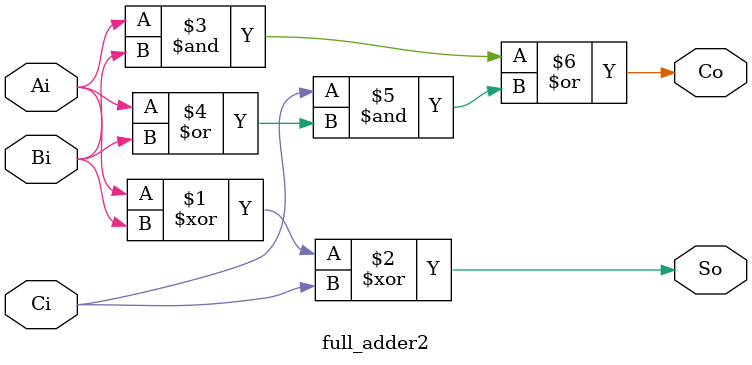
<source format=v>
module full_adder2(
    input    Ai, Bi, Ci,
    output   So, Co);

    assign So = Ai ^ Bi ^ Ci ;
    assign Co = (Ai & Bi) | (Ci & (Ai | Bi));
endmodule
</source>
